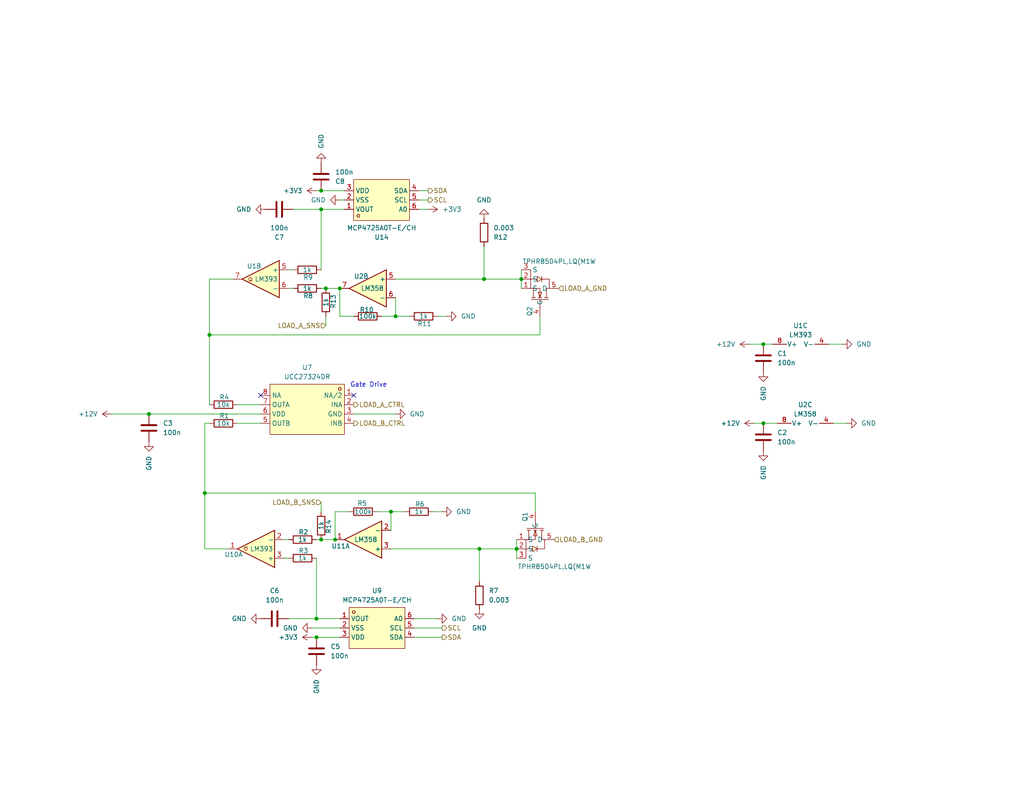
<source format=kicad_sch>
(kicad_sch (version 20250114) (generator "eeschema") (generator_version "9.0")
  (paper "A")
  (lib_symbols
    (symbol "Amplifier_Operational:LM358" (pin_names (offset 0.127))
      (property "Reference" "U" (at 0 5.08 0))
      (property "Value" "LM358" (at 0 -5.08 0))
      (symbol "LM358_1_1"
        (polyline (pts (xy -5.08 5.08) (xy 5.08 0) (xy -5.08 -5.08) (xy -5.08 5.08)) (stroke (width 0.254)) (fill (type background)))
        (pin input line (at -7.62 2.54 0) (length 2.54) (name "+") (number "3"))
        (pin input line (at -7.62 -2.54 0) (length 2.54) (name "-") (number "2"))
        (pin output line (at 7.62 0 180) (length 2.54) (name "~") (number "1"))
      )
      (symbol "LM358_2_1"
        (polyline (pts (xy -5.08 5.08) (xy 5.08 0) (xy -5.08 -5.08) (xy -5.08 5.08)) (stroke (width 0.254)) (fill (type background)))
        (pin input line (at -7.62 2.54 0) (length 2.54) (name "+") (number "5"))
        (pin input line (at -7.62 -2.54 0) (length 2.54) (name "-") (number "6"))
        (pin output line (at 7.62 0 180) (length 2.54) (name "~") (number "7"))
      )
      (symbol "LM358_3_1"
        (pin power_in line (at -2.54 7.62 270) (length 3.81) (name "V+") (number "8"))
        (pin power_in line (at -2.54 -7.62 90) (length 3.81) (name "V-") (number "4"))
      )
    )
    (symbol "COMPONENTS:MCP4725A0T-E_CH"
      (property "Reference" "U" (at 0 7.62 0))
      (property "Value" "MCP4725A0T-E/CH" (at 0 -7.62 0))
      (symbol "MCP4725A0T-E_CH_0_1"
        (rectangle (start -7.62 5.59) (end 7.62 -5.59) (fill (type background)))
        (circle (center -6.35 4.32) (radius 0.38))
        (circle (center -6.35 4.32) (radius 0.38))
        (pin unspecified line (at -10.16 2.54 0) (length 2.54) (name "VOUT") (number "1"))
        (pin unspecified line (at -10.16 0 0) (length 2.54) (name "VSS") (number "2"))
        (pin unspecified line (at -10.16 -2.54 0) (length 2.54) (name "VDD") (number "3"))
        (pin unspecified line (at 10.16 2.54 180) (length 2.54) (name "A0") (number "6"))
        (pin unspecified line (at 10.16 0 180) (length 2.54) (name "SCL") (number "5"))
        (pin unspecified line (at 10.16 -2.54 180) (length 2.54) (name "SDA") (number "4"))
      )
    )
    (symbol "COMPONENTS:TPHR8504PL,LQ(M1W"
      (property "Reference" "Q" (at 0 10.16 0))
      (property "Value" "TPHR8504PL,LQ(M1W" (at 0 -10.16 0))
      (symbol "TPHR8504PL,LQ(M1W_0_1"
        (polyline (pts (xy -5.08 0) (xy -3.05 0)))
        (polyline (pts (xy -3.05 2.29) (xy -3.05 -2.29)))
        (polyline (pts (xy -2.54 2.29) (xy -2.54 1.27)))
        (polyline (pts (xy -2.54 1.78) (xy 0 1.78) (xy 0 2.54) (xy 2.54 2.54) (xy 2.54 2.54) (xy 2.54 0.51)))
        (polyline (pts (xy -2.54 0) (xy -1.02 -0.51) (xy -1.02 0.51) (xy -2.54 0)) (fill (type background)))
        (polyline (pts (xy -2.54 0) (xy 0 0) (xy 0 -2.54) (xy 5.08 -2.54) (xy 2.54 -2.54) (xy 2.54 -0.76)))
        (polyline (pts (xy -2.54 -0.51) (xy -2.54 0.51)))
        (polyline (pts (xy -2.54 -2.29) (xy -2.54 -1.27)))
        (polyline (pts (xy 0 -1.78) (xy -2.54 -1.78)))
        (polyline (pts (xy 2.54 0.51) (xy 1.78 -0.76) (xy 3.3 -0.76) (xy 2.54 0.51)) (fill (type background)))
        (polyline (pts (xy 3.3 0.51) (xy 3.05 0.51) (xy 2.03 0.51) (xy 1.78 0.51)))
        (pin unspecified line (at -7.62 0 0) (length 2.54) (name "G") (number "4"))
        (pin unspecified line (at 0 5.08 270) (length 2.54) (name "D") (number "5"))
        (pin unspecified line (at 0 -5.08 90) (length 2.54) (name "S") (number "1"))
        (pin unspecified line (at 2.54 -5.08 90) (length 2.54) (name "S") (number "2"))
        (pin unspecified line (at 5.08 -5.08 90) (length 2.54) (name "S") (number "3"))
      )
    )
    (symbol "COMPONENTS:UCC27324DR"
      (property "Reference" "U" (at 0 8.89 0))
      (property "Value" "UCC27324DR" (at 0 -8.89 0))
      (symbol "UCC27324DR_0_1"
        (rectangle (start -10.16 6.86) (end 10.16 -6.86) (fill (type background)))
        (circle (center -8.89 5.59) (radius 0.38))
        (circle (center -8.89 5.59) (radius 0.38))
        (pin unspecified line (at -12.7 3.81 0) (length 2.54) (name "NA/2") (number "1"))
        (pin unspecified line (at -12.7 1.27 0) (length 2.54) (name "INA") (number "2"))
        (pin unspecified line (at -12.7 -1.27 0) (length 2.54) (name "GND") (number "3"))
        (pin unspecified line (at -12.7 -3.81 0) (length 2.54) (name "INB") (number "4"))
        (pin unspecified line (at 12.7 3.81 180) (length 2.54) (name "NA") (number "8"))
        (pin unspecified line (at 12.7 1.27 180) (length 2.54) (name "OUTA") (number "7"))
        (pin unspecified line (at 12.7 -1.27 180) (length 2.54) (name "VDD") (number "6"))
        (pin unspecified line (at 12.7 -3.81 180) (length 2.54) (name "OUTB") (number "5"))
      )
    )
    (symbol "Comparator:LM393" (pin_names (offset 0.127))
      (property "Reference" "U" (at 3.81 3.81 0))
      (property "Value" "LM393" (at 6.35 -3.81 0))
      (symbol "LM393_1_1"
        (polyline (pts (xy -5.08 5.08) (xy 5.08 0) (xy -5.08 -5.08) (xy -5.08 5.08)) (stroke (width 0.254)) (fill (type background)))
        (polyline (pts (xy 3.302 -0.508) (xy 2.794 -0.508) (xy 3.302 0) (xy 2.794 0.508) (xy 2.286 0) (xy 2.794 -0.508) (xy 2.286 -0.508)) (stroke (width 0.127)))
        (pin input line (at -7.62 2.54 0) (length 2.54) (name "+") (number "3"))
        (pin input line (at -7.62 -2.54 0) (length 2.54) (name "-") (number "2"))
        (pin open_collector line (at 7.62 0 180) (length 2.54) (name "~") (number "1"))
      )
      (symbol "LM393_2_1"
        (polyline (pts (xy -5.08 5.08) (xy 5.08 0) (xy -5.08 -5.08) (xy -5.08 5.08)) (stroke (width 0.254)) (fill (type background)))
        (polyline (pts (xy 3.302 -0.508) (xy 2.794 -0.508) (xy 3.302 0) (xy 2.794 0.508) (xy 2.286 0) (xy 2.794 -0.508) (xy 2.286 -0.508)) (stroke (width 0.127)))
        (pin input line (at -7.62 2.54 0) (length 2.54) (name "+") (number "5"))
        (pin input line (at -7.62 -2.54 0) (length 2.54) (name "-") (number "6"))
        (pin open_collector line (at 7.62 0 180) (length 2.54) (name "~") (number "7"))
      )
      (symbol "LM393_3_1"
        (pin power_in line (at -2.54 7.62 270) (length 3.81) (name "V+") (number "8"))
        (pin power_in line (at -2.54 -7.62 90) (length 3.81) (name "V-") (number "4"))
      )
    )
    (symbol "Device:C" (pin_numbers (hide yes)) (pin_names (offset 0.254))
      (property "Reference" "C" (at 0.635 2.54 0))
      (property "Value" "C" (at 0.635 -2.54 0))
      (symbol "C_0_1"
        (polyline (pts (xy -2.032 0.762) (xy 2.032 0.762)) (stroke (width 0.508)))
        (polyline (pts (xy -2.032 -0.762) (xy 2.032 -0.762)) (stroke (width 0.508)))
      )
      (symbol "C_1_1"
        (pin passive line (at 0 3.81 270) (length 2.794) (name "~") (number "1"))
        (pin passive line (at 0 -3.81 90) (length 2.794) (name "~") (number "2"))
      )
    )
    (symbol "Device:R" (pin_numbers (hide yes)) (pin_names (offset 0))
      (property "Reference" "R" (at 2.032 0 90))
      (property "Value" "R" (at 0 0 90))
      (symbol "R_0_1"
        (rectangle (start -1.016 -2.54) (end 1.016 2.54) (stroke (width 0.254)))
      )
      (symbol "R_1_1"
        (pin passive line (at 0 3.81 270) (length 1.27) (name "~") (number "1"))
        (pin passive line (at 0 -3.81 90) (length 1.27) (name "~") (number "2"))
      )
    )
    (symbol "power:+12V" (power) (pin_numbers (hide yes)) (pin_names (offset 0) (hide yes))
      (property "Value" "+12V" (at 0 3.556 0))
      (symbol "+12V_0_1"
        (polyline (pts (xy -0.762 1.27) (xy 0 2.54)))
        (polyline (pts (xy 0 2.54) (xy 0.762 1.27)))
        (polyline (pts (xy 0 0) (xy 0 2.54)))
      )
      (symbol "+12V_1_1"
        (pin power_in line (at 0 0 90) (length 0) (name "~") (number "1"))
      )
    )
    (symbol "power:+3V3" (power) (pin_numbers (hide yes)) (pin_names (offset 0) (hide yes))
      (property "Value" "+3V3" (at 0 3.556 0))
      (symbol "+3V3_0_1"
        (polyline (pts (xy -0.762 1.27) (xy 0 2.54)))
        (polyline (pts (xy 0 2.54) (xy 0.762 1.27)))
        (polyline (pts (xy 0 0) (xy 0 2.54)))
      )
      (symbol "+3V3_1_1"
        (pin power_in line (at 0 0 90) (length 0) (name "~") (number "1"))
      )
    )
    (symbol "power:GND" (power) (pin_numbers (hide yes)) (pin_names (offset 0) (hide yes))
      (property "Value" "GND" (at 0 -3.81 0))
      (symbol "GND_0_1"
        (polyline (pts (xy 0 0) (xy 0 -1.27) (xy 1.27 -1.27) (xy 0 -2.54) (xy -1.27 -1.27) (xy 0 -1.27)))
      )
      (symbol "GND_1_1"
        (pin power_in line (at 0 0 270) (length 0) (name "~") (number "1"))
      )
    )
  )
  (text "Gate Drive" (at 100.584 105.156 0) (effects (font (size 1.27 1.27))))
  (junction (at 208.28 115.57))
  (junction (at 86.36 168.91))
  (junction (at 57.15 91.44))
  (junction (at 142.24 76.2))
  (junction (at 87.63 52.07))
  (junction (at 132.08 76.2))
  (junction (at 106.68 139.7))
  (junction (at 208.28 93.98))
  (junction (at 55.88 134.62))
  (junction (at 92.71 78.74))
  (junction (at 87.63 147.32))
  (junction (at 130.81 149.86))
  (junction (at 140.97 149.86))
  (junction (at 91.44 147.32))
  (junction (at 86.36 173.99))
  (junction (at 87.63 57.15))
  (junction (at 40.64 113.03))
  (junction (at 88.9 78.74))
  (junction (at 107.95 86.36))
  (no_connect (at 96.52 107.95))
  (no_connect (at 71.12 107.95))
  (wire (pts (xy 107.95 76.2) (xy 132.08 76.2)))
  (wire (pts (xy 140.97 147.32) (xy 140.97 149.86)))
  (wire (pts (xy 231.14 115.57) (xy 227.33 115.57)))
  (wire (pts (xy 80.01 57.15) (xy 87.63 57.15)))
  (wire (pts (xy 208.28 93.98) (xy 210.82 93.98)))
  (wire (pts (xy 64.77 115.57) (xy 71.12 115.57)))
  (wire (pts (xy 140.97 149.86) (xy 140.97 152.4)))
  (wire (pts (xy 55.88 115.57) (xy 57.15 115.57)))
  (wire (pts (xy 87.63 137.16) (xy 87.63 139.7)))
  (wire (pts (xy 78.74 152.4) (xy 77.47 152.4)))
  (wire (pts (xy 92.71 173.99) (xy 86.36 173.99)))
  (wire (pts (xy 96.52 113.03) (xy 107.95 113.03)))
  (wire (pts (xy 116.84 57.15) (xy 114.3 57.15)))
  (wire (pts (xy 88.9 78.74) (xy 92.71 78.74)))
  (wire (pts (xy 40.64 113.03) (xy 71.12 113.03)))
  (wire (pts (xy 91.44 139.7) (xy 91.44 147.32)))
  (wire (pts (xy 132.08 76.2) (xy 142.24 76.2)))
  (wire (pts (xy 87.63 57.15) (xy 93.98 57.15)))
  (wire (pts (xy 120.65 139.7) (xy 118.11 139.7)))
  (wire (pts (xy 86.36 152.4) (xy 86.36 168.91)))
  (wire (pts (xy 102.87 139.7) (xy 106.68 139.7)))
  (wire (pts (xy 78.74 168.91) (xy 86.36 168.91)))
  (wire (pts (xy 142.24 76.2) (xy 142.24 73.66)))
  (wire (pts (xy 80.01 73.66) (xy 78.74 73.66)))
  (wire (pts (xy 86.36 147.32) (xy 87.63 147.32)))
  (wire (pts (xy 30.48 113.03) (xy 40.64 113.03)))
  (wire (pts (xy 142.24 78.74) (xy 142.24 76.2)))
  (wire (pts (xy 87.63 52.07) (xy 86.36 52.07)))
  (wire (pts (xy 120.65 171.45) (xy 113.03 171.45)))
  (wire (pts (xy 104.14 86.36) (xy 107.95 86.36)))
  (wire (pts (xy 121.92 86.36) (xy 119.38 86.36)))
  (wire (pts (xy 106.68 139.7) (xy 110.49 139.7)))
  (wire (pts (xy 57.15 91.44) (xy 57.15 76.2)))
  (wire (pts (xy 120.65 173.99) (xy 113.03 173.99)))
  (wire (pts (xy 107.95 86.36) (xy 111.76 86.36)))
  (wire (pts (xy 57.15 91.44) (xy 147.32 91.44)))
  (wire (pts (xy 55.88 149.86) (xy 62.23 149.86)))
  (wire (pts (xy 208.28 115.57) (xy 212.09 115.57)))
  (wire (pts (xy 106.68 149.86) (xy 130.81 149.86)))
  (wire (pts (xy 64.77 110.49) (xy 71.12 110.49)))
  (wire (pts (xy 88.9 88.9) (xy 88.9 86.36)))
  (wire (pts (xy 116.84 54.61) (xy 114.3 54.61)))
  (wire (pts (xy 130.81 149.86) (xy 140.97 149.86)))
  (wire (pts (xy 147.32 91.44) (xy 147.32 86.36)))
  (wire (pts (xy 130.81 149.86) (xy 130.81 158.75)))
  (wire (pts (xy 93.98 52.07) (xy 87.63 52.07)))
  (wire (pts (xy 87.63 147.32) (xy 91.44 147.32)))
  (wire (pts (xy 95.25 139.7) (xy 91.44 139.7)))
  (wire (pts (xy 119.38 168.91) (xy 113.03 168.91)))
  (wire (pts (xy 57.15 76.2) (xy 63.5 76.2)))
  (wire (pts (xy 86.36 173.99) (xy 85.09 173.99)))
  (wire (pts (xy 146.05 134.62) (xy 146.05 139.7)))
  (wire (pts (xy 55.88 134.62) (xy 55.88 149.86)))
  (wire (pts (xy 93.98 54.61) (xy 92.71 54.61)))
  (wire (pts (xy 204.47 93.98) (xy 208.28 93.98)))
  (wire (pts (xy 55.88 115.57) (xy 55.88 134.62)))
  (wire (pts (xy 116.84 52.07) (xy 114.3 52.07)))
  (wire (pts (xy 86.36 168.91) (xy 92.71 168.91)))
  (wire (pts (xy 92.71 86.36) (xy 92.71 78.74)))
  (wire (pts (xy 55.88 134.62) (xy 146.05 134.62)))
  (wire (pts (xy 78.74 78.74) (xy 80.01 78.74)))
  (wire (pts (xy 229.87 93.98) (xy 226.06 93.98)))
  (wire (pts (xy 57.15 110.49) (xy 57.15 91.44)))
  (wire (pts (xy 77.47 147.32) (xy 78.74 147.32)))
  (wire (pts (xy 107.95 86.36) (xy 107.95 81.28)))
  (wire (pts (xy 205.74 115.57) (xy 208.28 115.57)))
  (wire (pts (xy 92.71 171.45) (xy 85.09 171.45)))
  (wire (pts (xy 132.08 76.2) (xy 132.08 67.31)))
  (wire (pts (xy 106.68 139.7) (xy 106.68 144.78)))
  (wire (pts (xy 87.63 78.74) (xy 88.9 78.74)))
  (wire (pts (xy 96.52 86.36) (xy 92.71 86.36)))
  (wire (pts (xy 87.63 73.66) (xy 87.63 57.15)))
  (hierarchical_label "LOAD_B_GND" (shape input) (at 151.13 147.32 0))
  (hierarchical_label "LOAD_B_SNS" (shape input) (at 87.63 137.16 180))
  (hierarchical_label "SDA" (shape output) (at 116.84 52.07 0))
  (hierarchical_label "LOAD_A_SNS" (shape input) (at 88.9 88.9 180))
  (hierarchical_label "LOAD_B_CTRL" (shape output) (at 96.52 115.57 0))
  (hierarchical_label "LOAD_A_CTRL" (shape output) (at 96.52 110.49 0))
  (hierarchical_label "SCL" (shape output) (at 116.84 54.61 0))
  (hierarchical_label "SCL" (shape output) (at 120.65 171.45 0))
  (hierarchical_label "SDA" (shape output) (at 120.65 173.99 0))
  (hierarchical_label "LOAD_A_GND" (shape input) (at 152.4 78.74 0))
  (symbol (lib_id "power:GND") (at 208.28 123.19 0) (unit 1)
    (property "Reference" "#PWR04" (effects (hide yes)))
    (property "Value" "GND" (at 208.2801 127 90) (effects (justify right)))
    (property "Description" "Power symbol creates a global label with name \"GND\" , ground" (effects (hide yes)))
  )
  (symbol (lib_id "Device:C") (at 40.64 116.84 0) (unit 1)
    (property "Reference" "C3" (at 44.45 115.5699 0) (effects (justify left)))
    (property "Value" "100n" (at 44.45 118.1099 0) (effects (justify left)))
    (property "Footprint" "Resistor_SMD:R_1206_3216Metric_Pad1.30x1.75mm_HandSolder" (effects (hide yes)))
    (property "Description" "Unpolarized capacitor" (effects (hide yes)))
  )
  (symbol (lib_id "Comparator:LM393") (at 218.44 96.52 90) (mirror x) (unit 3)
    (property "Reference" "U1" (at 218.44 88.9 90))
    (property "Value" "LM393" (at 218.44 91.44 90))
    (property "Datasheet" "http://www.ti.com/lit/ds/symlink/lm393.pdf" (effects (hide yes)))
    (property "Description" "Low-Power, Low-Offset Voltage, Dual Comparators, DIP-8/SOIC-8/TO-99-8" (effects (hide yes)))
  )
  (symbol (lib_id "power:+12V") (at 204.47 93.98 90) (unit 1)
    (property "Reference" "#PWR01" (effects (hide yes)))
    (property "Value" "+12V" (at 200.66 93.9799 90) (effects (justify left)))
    (property "Description" "Power symbol creates a global label with name \"+12V\"" (effects (hide yes)))
  )
  (symbol (lib_id "COMPONENTS:UCC27324DR") (at 83.82 111.76 0) (mirror y) (unit 1)
    (property "Reference" "U7" (at 83.82 100.33 0))
    (property "Value" "UCC27324DR" (at 83.82 102.87 0))
    (property "Footprint" "COMPONENTS:SOIC-8_L5.0-W4.0-P1.27-LS6.0-BL" (effects (hide yes)))
    (property "Datasheet" "https://lcsc.com/product-detail/MOS-Drivers_TI_UCC27324DR_UCC27324DR_C46427.html" (effects (hide yes)))
    (property "LCSC Part" "C46427" (effects (hide yes)))
  )
  (symbol (lib_id "Comparator:LM393") (at 69.85 149.86 180) (unit 1)
    (property "Reference" "U10" (at 63.754 151.384 0))
    (property "Value" "LM393" (at 71.374 149.86 0))
    (property "Datasheet" "http://www.ti.com/lit/ds/symlink/lm393.pdf" (effects (hide yes)))
    (property "Description" "Low-Power, Low-Offset Voltage, Dual Comparators, DIP-8/SOIC-8/TO-99-8" (effects (hide yes)))
  )
  (symbol (lib_id "Device:C") (at 76.2 57.15 90) (mirror x) (unit 1)
    (property "Reference" "C7" (at 76.2 64.77 90))
    (property "Value" "100n" (at 76.2 62.23 90))
    (property "Footprint" "Resistor_SMD:R_1206_3216Metric_Pad1.30x1.75mm_HandSolder" (effects (hide yes)))
    (property "Description" "Unpolarized capacitor" (effects (hide yes)))
  )
  (symbol (lib_id "COMPONENTS:MCP4725A0T-E_CH") (at 104.14 54.61 0) (mirror x) (unit 1)
    (property "Reference" "U14" (at 104.14 64.77 0))
    (property "Value" "MCP4725A0T-E/CH" (at 104.14 62.23 0))
    (property "Footprint" "COMPONENTS:SOT-23-6_L2.9-W1.6-P0.95-LS2.8-BL" (effects (hide yes)))
    (property "Datasheet" "https://lcsc.com/product-detail/Digital-To-Analog-Converters-DACs_MICROCHIP_MCP4725A0T-E-CH_MCP4725A0T-E-CH_C144198.html" (effects (hide yes)))
    (property "LCSC Part" "C144198" (effects (hide yes)))
  )
  (symbol (lib_id "power:GND") (at 92.71 54.61 270) (unit 1)
    (property "Reference" "#PWR021" (effects (hide yes)))
    (property "Value" "GND" (at 88.9 54.6101 90) (effects (justify right)))
    (property "Description" "Power symbol creates a global label with name \"GND\" , ground" (effects (hide yes)))
  )
  (symbol (lib_id "Device:C") (at 86.36 177.8 0) (unit 1)
    (property "Reference" "C5" (at 90.17 176.5299 0) (effects (justify left)))
    (property "Value" "100n" (at 90.17 179.0699 0) (effects (justify left)))
    (property "Footprint" "Resistor_SMD:R_1206_3216Metric_Pad1.30x1.75mm_HandSolder" (effects (hide yes)))
    (property "Description" "Unpolarized capacitor" (effects (hide yes)))
  )
  (symbol (lib_id "Device:C") (at 208.28 97.79 0) (unit 1)
    (property "Reference" "C1" (at 212.09 96.5199 0) (effects (justify left)))
    (property "Value" "100n" (at 212.09 99.0599 0) (effects (justify left)))
    (property "Footprint" "Resistor_SMD:R_1206_3216Metric_Pad1.30x1.75mm_HandSolder" (effects (hide yes)))
    (property "Description" "Unpolarized capacitor" (effects (hide yes)))
  )
  (symbol (lib_id "Device:R") (at 115.57 86.36 90) (mirror x) (unit 1)
    (property "Reference" "R11" (at 115.824 88.392 90))
    (property "Value" "1k" (at 115.57 86.36 90))
    (property "Footprint" "Resistor_SMD:R_1206_3216Metric_Pad1.30x1.75mm_HandSolder" (effects (hide yes)))
    (property "Description" "Resistor" (effects (hide yes)))
  )
  (symbol (lib_id "power:GND") (at 121.92 86.36 90) (mirror x) (unit 1)
    (property "Reference" "#PWR025" (effects (hide yes)))
    (property "Value" "GND" (at 125.73 86.3601 90) (effects (justify right)))
    (property "Description" "Power symbol creates a global label with name \"GND\" , ground" (effects (hide yes)))
  )
  (symbol (lib_id "Amplifier_Operational:LM358") (at 99.06 147.32 180) (unit 1)
    (property "Reference" "U11" (at 92.964 149.098 0))
    (property "Value" "LM358" (at 99.822 147.32 0))
    (property "Datasheet" "http://www.ti.com/lit/ds/symlink/lm2904-n.pdf" (effects (hide yes)))
    (property "Description" "Low-Power, Dual Operational Amplifiers, DIP-8/SOIC-8/TO-99-8" (effects (hide yes)))
  )
  (symbol (lib_id "power:GND") (at 86.36 181.61 0) (unit 1)
    (property "Reference" "#PWR015" (effects (hide yes)))
    (property "Value" "GND" (at 86.3601 185.42 90) (effects (justify right)))
    (property "Description" "Power symbol creates a global label with name \"GND\" , ground" (effects (hide yes)))
  )
  (symbol (lib_id "power:GND") (at 208.28 101.6 0) (unit 1)
    (property "Reference" "#PWR03" (effects (hide yes)))
    (property "Value" "GND" (at 208.2801 105.41 90) (effects (justify right)))
    (property "Description" "Power symbol creates a global label with name \"GND\" , ground" (effects (hide yes)))
  )
  (symbol (lib_id "power:GND") (at 107.95 113.03 90) (unit 1)
    (property "Reference" "#PWR016" (effects (hide yes)))
    (property "Value" "GND" (at 111.76 113.0299 90) (effects (justify right)))
    (property "Description" "Power symbol creates a global label with name \"GND\" , ground" (effects (hide yes)))
  )
  (symbol (lib_id "power:GND") (at 229.87 93.98 90) (unit 1)
    (property "Reference" "#PWR07" (effects (hide yes)))
    (property "Value" "GND" (at 233.68 93.9799 90) (effects (justify right)))
    (property "Description" "Power symbol creates a global label with name \"GND\" , ground" (effects (hide yes)))
  )
  (symbol (lib_id "power:GND") (at 231.14 115.57 90) (unit 1)
    (property "Reference" "#PWR08" (effects (hide yes)))
    (property "Value" "GND" (at 234.95 115.5699 90) (effects (justify right)))
    (property "Description" "Power symbol creates a global label with name \"GND\" , ground" (effects (hide yes)))
  )
  (symbol (lib_id "power:+12V") (at 205.74 115.57 90) (unit 1)
    (property "Reference" "#PWR02" (effects (hide yes)))
    (property "Value" "+12V" (at 201.93 115.5699 90) (effects (justify left)))
    (property "Description" "Power symbol creates a global label with name \"+12V\"" (effects (hide yes)))
  )
  (symbol (lib_id "Amplifier_Operational:LM358") (at 100.33 78.74 0) (mirror y) (unit 2)
    (property "Reference" "U2" (at 98.552 75.438 0))
    (property "Value" "LM358" (at 101.6 78.74 0))
    (property "Datasheet" "http://www.ti.com/lit/ds/symlink/lm2904-n.pdf" (effects (hide yes)))
    (property "Description" "Low-Power, Dual Operational Amplifiers, DIP-8/SOIC-8/TO-99-8" (effects (hide yes)))
  )
  (symbol (lib_id "Device:R") (at 82.55 147.32 90) (unit 1)
    (property "Reference" "R2" (at 82.804 145.288 90))
    (property "Value" "1k" (at 82.55 147.32 90))
    (property "Footprint" "Resistor_SMD:R_1206_3216Metric_Pad1.30x1.75mm_HandSolder" (effects (hide yes)))
    (property "Description" "Resistor" (effects (hide yes)))
  )
  (symbol (lib_id "power:GND") (at 71.12 168.91 270) (mirror x) (unit 1)
    (property "Reference" "#PWR012" (effects (hide yes)))
    (property "Value" "GND" (at 67.31 168.9099 90) (effects (justify right)))
    (property "Description" "Power symbol creates a global label with name \"GND\" , ground" (effects (hide yes)))
  )
  (symbol (lib_id "Device:R") (at 82.55 152.4 90) (unit 1)
    (property "Reference" "R3" (at 82.804 150.368 90))
    (property "Value" "1k" (at 82.55 152.4 90))
    (property "Footprint" "Resistor_SMD:R_1206_3216Metric_Pad1.30x1.75mm_HandSolder" (effects (hide yes)))
    (property "Description" "Resistor" (effects (hide yes)))
  )
  (symbol (lib_id "Device:C") (at 74.93 168.91 90) (unit 1)
    (property "Reference" "C6" (at 74.93 161.29 90))
    (property "Value" "100n" (at 74.93 163.83 90))
    (property "Footprint" "Resistor_SMD:R_1206_3216Metric_Pad1.30x1.75mm_HandSolder" (effects (hide yes)))
    (property "Description" "Unpolarized capacitor" (effects (hide yes)))
  )
  (symbol (lib_id "Device:R") (at 60.96 110.49 270) (mirror x) (unit 1)
    (property "Reference" "R4" (at 61.214 108.458 90))
    (property "Value" "10k" (at 60.96 110.49 90))
    (property "Footprint" "Resistor_SMD:R_1206_3216Metric_Pad1.30x1.75mm_HandSolder" (effects (hide yes)))
    (property "Description" "Resistor" (effects (hide yes)))
  )
  (symbol (lib_id "power:+12V") (at 30.48 113.03 90) (unit 1)
    (property "Reference" "#PWR09" (effects (hide yes)))
    (property "Value" "+12V" (at 26.67 113.0299 90) (effects (justify left)))
    (property "Description" "Power symbol creates a global label with name \"+12V\"" (effects (hide yes)))
  )
  (symbol (lib_id "power:GND") (at 132.08 59.69 0) (mirror x) (unit 1)
    (property "Reference" "#PWR026" (effects (hide yes)))
    (property "Value" "GND" (at 132.08 54.61 0))
    (property "Description" "Power symbol creates a global label with name \"GND\" , ground" (effects (hide yes)))
  )
  (symbol (lib_id "COMPONENTS:TPHR8504PL,LQ(M1W") (at 147.32 78.74 270) (mirror x) (unit 1)
    (property "Reference" "Q2" (at 144.526 86.36 0) (effects (justify left)))
    (property "Value" "TPHR8504PL,LQ(M1W" (at 142.494 71.374 90) (effects (justify left)))
    (property "Footprint" "COMPONENTS:DFN-5_L4.9-W5.9-P1.27-LS6.2-BL" (effects (hide yes)))
    (property "LCSC Part" "C22388172" (effects (hide yes)))
  )
  (symbol (lib_id "Device:C") (at 87.63 48.26 0) (mirror x) (unit 1)
    (property "Reference" "C8" (at 91.44 49.5301 0) (effects (justify left)))
    (property "Value" "100n" (at 91.44 46.9901 0) (effects (justify left)))
    (property "Footprint" "Resistor_SMD:R_1206_3216Metric_Pad1.30x1.75mm_HandSolder" (effects (hide yes)))
    (property "Description" "Unpolarized capacitor" (effects (hide yes)))
  )
  (symbol (lib_id "Device:R") (at 114.3 139.7 90) (unit 1)
    (property "Reference" "R6" (at 114.554 137.668 90))
    (property "Value" "1k" (at 114.3 139.7 90))
    (property "Footprint" "Resistor_SMD:R_1206_3216Metric_Pad1.30x1.75mm_HandSolder" (effects (hide yes)))
    (property "Description" "Resistor" (effects (hide yes)))
  )
  (symbol (lib_id "Device:C") (at 208.28 119.38 0) (unit 1)
    (property "Reference" "C2" (at 212.09 118.1099 0) (effects (justify left)))
    (property "Value" "100n" (at 212.09 120.6499 0) (effects (justify left)))
    (property "Footprint" "Resistor_SMD:R_1206_3216Metric_Pad1.30x1.75mm_HandSolder" (effects (hide yes)))
    (property "Description" "Unpolarized capacitor" (effects (hide yes)))
  )
  (symbol (lib_id "Device:R") (at 88.9 82.55 0) (mirror x) (unit 1)
    (property "Reference" "R13" (at 90.932 82.296 90))
    (property "Value" "1k" (at 88.9 82.55 90))
    (property "Footprint" "Resistor_SMD:R_1206_3216Metric_Pad1.30x1.75mm_HandSolder" (effects (hide yes)))
    (property "Description" "Resistor" (effects (hide yes)))
  )
  (symbol (lib_id "Comparator:LM393") (at 71.12 76.2 0) (mirror y) (unit 2)
    (property "Reference" "U1" (at 69.342 72.644 0))
    (property "Value" "LM393" (at 72.644 76.2 0))
    (property "Datasheet" "http://www.ti.com/lit/ds/symlink/lm393.pdf" (effects (hide yes)))
    (property "Description" "Low-Power, Low-Offset Voltage, Dual Comparators, DIP-8/SOIC-8/TO-99-8" (effects (hide yes)))
  )
  (symbol (lib_id "power:GND") (at 40.64 120.65 0) (unit 1)
    (property "Reference" "#PWR010" (effects (hide yes)))
    (property "Value" "GND" (at 40.6401 124.46 90) (effects (justify right)))
    (property "Description" "Power symbol creates a global label with name \"GND\" , ground" (effects (hide yes)))
  )
  (symbol (lib_id "power:+3V3") (at 86.36 52.07 90) (unit 1)
    (property "Reference" "#PWR022" (effects (hide yes)))
    (property "Value" "+3V3" (at 82.55 52.0701 90) (effects (justify left)))
    (property "Description" "Power symbol creates a global label with name \"+3V3\"" (effects (hide yes)))
  )
  (symbol (lib_id "power:GND") (at 120.65 139.7 90) (unit 1)
    (property "Reference" "#PWR018" (effects (hide yes)))
    (property "Value" "GND" (at 124.46 139.6999 90) (effects (justify right)))
    (property "Description" "Power symbol creates a global label with name \"GND\" , ground" (effects (hide yes)))
  )
  (symbol (lib_id "COMPONENTS:TPHR8504PL,LQ(M1W") (at 146.05 147.32 270) (unit 1)
    (property "Reference" "Q1" (at 143.256 139.7 0) (effects (justify left)))
    (property "Value" "TPHR8504PL,LQ(M1W" (at 141.224 154.686 90) (effects (justify left)))
    (property "Footprint" "COMPONENTS:DFN-5_L4.9-W5.9-P1.27-LS6.2-BL" (effects (hide yes)))
    (property "LCSC Part" "C22388172" (effects (hide yes)))
  )
  (symbol (lib_id "power:GND") (at 130.81 166.37 0) (unit 1)
    (property "Reference" "#PWR019" (effects (hide yes)))
    (property "Value" "GND" (at 130.81 171.45 0))
    (property "Description" "Power symbol creates a global label with name \"GND\" , ground" (effects (hide yes)))
  )
  (symbol (lib_id "Device:R") (at 60.96 115.57 270) (mirror x) (unit 1)
    (property "Reference" "R1" (at 61.214 113.538 90))
    (property "Value" "10k" (at 60.96 115.57 90))
    (property "Footprint" "Resistor_SMD:R_1206_3216Metric_Pad1.30x1.75mm_HandSolder" (effects (hide yes)))
    (property "Description" "Resistor" (effects (hide yes)))
  )
  (symbol (lib_id "Device:R") (at 130.81 162.56 0) (unit 1)
    (property "Reference" "R7" (at 133.35 161.2899 0) (effects (justify left)))
    (property "Value" "0.003" (at 133.35 163.8299 0) (effects (justify left)))
    (property "Footprint" "Resistor_SMD:R_1206_3216Metric_Pad1.30x1.75mm_HandSolder" (effects (hide yes)))
    (property "Description" "Resistor" (effects (hide yes)))
  )
  (symbol (lib_id "power:GND") (at 72.39 57.15 270) (unit 1)
    (property "Reference" "#PWR020" (effects (hide yes)))
    (property "Value" "GND" (at 68.58 57.1501 90) (effects (justify right)))
    (property "Description" "Power symbol creates a global label with name \"GND\" , ground" (effects (hide yes)))
  )
  (symbol (lib_id "power:GND") (at 87.63 44.45 0) (mirror x) (unit 1)
    (property "Reference" "#PWR023" (effects (hide yes)))
    (property "Value" "GND" (at 87.6301 40.64 90) (effects (justify right)))
    (property "Description" "Power symbol creates a global label with name \"GND\" , ground" (effects (hide yes)))
  )
  (symbol (lib_id "COMPONENTS:MCP4725A0T-E_CH") (at 102.87 171.45 0) (unit 1)
    (property "Reference" "U9" (at 102.87 161.29 0))
    (property "Value" "MCP4725A0T-E/CH" (at 102.87 163.83 0))
    (property "Footprint" "COMPONENTS:SOT-23-6_L2.9-W1.6-P0.95-LS2.8-BL" (effects (hide yes)))
    (property "Datasheet" "https://lcsc.com/product-detail/Digital-To-Analog-Converters-DACs_MICROCHIP_MCP4725A0T-E-CH_MCP4725A0T-E-CH_C144198.html" (effects (hide yes)))
    (property "LCSC Part" "C144198" (effects (hide yes)))
  )
  (symbol (lib_id "power:GND") (at 119.38 168.91 90) (unit 1)
    (property "Reference" "#PWR017" (effects (hide yes)))
    (property "Value" "GND" (at 123.19 168.9099 90) (effects (justify right)))
    (property "Description" "Power symbol creates a global label with name \"GND\" , ground" (effects (hide yes)))
  )
  (symbol (lib_id "power:+3V3") (at 116.84 57.15 270) (mirror x) (unit 1)
    (property "Reference" "#PWR024" (effects (hide yes)))
    (property "Value" "+3V3" (at 120.65 57.1501 90) (effects (justify left)))
    (property "Description" "Power symbol creates a global label with name \"+3V3\"" (effects (hide yes)))
  )
  (symbol (lib_id "power:+3V3") (at 85.09 173.99 90) (mirror x) (unit 1)
    (property "Reference" "#PWR014" (effects (hide yes)))
    (property "Value" "+3V3" (at 81.28 173.9899 90) (effects (justify left)))
    (property "Description" "Power symbol creates a global label with name \"+3V3\"" (effects (hide yes)))
  )
  (symbol (lib_id "Amplifier_Operational:LM358") (at 219.71 118.11 90) (mirror x) (unit 3)
    (property "Reference" "U2" (at 219.71 110.49 90))
    (property "Value" "LM358" (at 219.71 113.03 90))
    (property "Datasheet" "http://www.ti.com/lit/ds/symlink/lm2904-n.pdf" (effects (hide yes)))
    (property "Description" "Low-Power, Dual Operational Amplifiers, DIP-8/SOIC-8/TO-99-8" (effects (hide yes)))
  )
  (symbol (lib_id "Device:R") (at 83.82 78.74 90) (mirror x) (unit 1)
    (property "Reference" "R8" (at 84.074 80.772 90))
    (property "Value" "1k" (at 83.82 78.74 90))
    (property "Footprint" "Resistor_SMD:R_1206_3216Metric_Pad1.30x1.75mm_HandSolder" (effects (hide yes)))
    (property "Description" "Resistor" (effects (hide yes)))
  )
  (symbol (lib_id "Device:R") (at 132.08 63.5 0) (mirror x) (unit 1)
    (property "Reference" "R12" (at 134.62 64.7701 0) (effects (justify left)))
    (property "Value" "0.003" (at 134.62 62.2301 0) (effects (justify left)))
    (property "Footprint" "Resistor_SMD:R_1206_3216Metric_Pad1.30x1.75mm_HandSolder" (effects (hide yes)))
    (property "Description" "Resistor" (effects (hide yes)))
  )
  (symbol (lib_id "Device:R") (at 83.82 73.66 90) (mirror x) (unit 1)
    (property "Reference" "R9" (at 84.074 75.692 90))
    (property "Value" "1k" (at 83.82 73.66 90))
    (property "Footprint" "Resistor_SMD:R_1206_3216Metric_Pad1.30x1.75mm_HandSolder" (effects (hide yes)))
    (property "Description" "Resistor" (effects (hide yes)))
  )
  (symbol (lib_id "Device:R") (at 99.06 139.7 90) (unit 1)
    (property "Reference" "R5" (at 98.806 137.414 90))
    (property "Value" "100k" (at 99.06 139.7 90))
    (property "Footprint" "Resistor_SMD:R_1206_3216Metric_Pad1.30x1.75mm_HandSolder" (effects (hide yes)))
    (property "Description" "Resistor" (effects (hide yes)))
  )
  (symbol (lib_id "power:GND") (at 85.09 171.45 270) (mirror x) (unit 1)
    (property "Reference" "#PWR013" (effects (hide yes)))
    (property "Value" "GND" (at 81.28 171.4499 90) (effects (justify right)))
    (property "Description" "Power symbol creates a global label with name \"GND\" , ground" (effects (hide yes)))
  )
  (symbol (lib_id "Device:R") (at 100.33 86.36 90) (mirror x) (unit 1)
    (property "Reference" "R10" (at 100.076 84.582 90))
    (property "Value" "100k" (at 100.33 86.36 90))
    (property "Footprint" "Resistor_SMD:R_1206_3216Metric_Pad1.30x1.75mm_HandSolder" (effects (hide yes)))
    (property "Description" "Resistor" (effects (hide yes)))
  )
  (symbol (lib_id "Device:R") (at 87.63 143.51 0) (unit 1)
    (property "Reference" "R14" (at 89.662 143.764 90))
    (property "Value" "1k" (at 87.63 143.51 90))
    (property "Footprint" "Resistor_SMD:R_1206_3216Metric_Pad1.30x1.75mm_HandSolder" (effects (hide yes)))
    (property "Description" "Resistor" (effects (hide yes)))
  )
)
</source>
